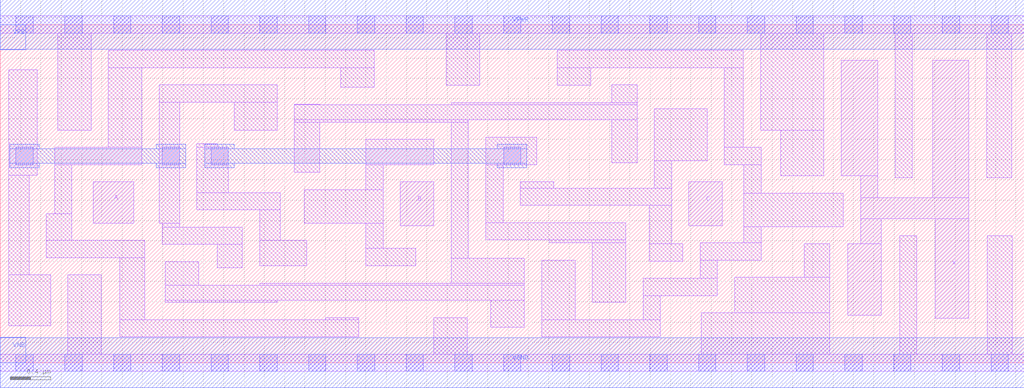
<source format=lef>
# Copyright 2020 The SkyWater PDK Authors
#
# Licensed under the Apache License, Version 2.0 (the "License");
# you may not use this file except in compliance with the License.
# You may obtain a copy of the License at
#
#     https://www.apache.org/licenses/LICENSE-2.0
#
# Unless required by applicable law or agreed to in writing, software
# distributed under the License is distributed on an "AS IS" BASIS,
# WITHOUT WARRANTIES OR CONDITIONS OF ANY KIND, either express or implied.
# See the License for the specific language governing permissions and
# limitations under the License.
#
# SPDX-License-Identifier: Apache-2.0

VERSION 5.5 ;
NAMESCASESENSITIVE ON ;
BUSBITCHARS "[]" ;
DIVIDERCHAR "/" ;
MACRO sky130_fd_sc_hs__xnor3_4
  CLASS CORE ;
  SOURCE USER ;
  ORIGIN  0.000000  0.000000 ;
  SIZE  10.08000 BY  3.330000 ;
  SYMMETRY X Y ;
  SITE unit ;
  PIN A
    ANTENNAGATEAREA  0.246000 ;
    DIRECTION INPUT ;
    USE SIGNAL ;
    PORT
      LAYER li1 ;
        RECT 0.915000 1.375000 1.315000 1.780000 ;
    END
  END A
  PIN B
    ANTENNAGATEAREA  0.693000 ;
    DIRECTION INPUT ;
    USE SIGNAL ;
    PORT
      LAYER li1 ;
        RECT 3.940000 1.350000 4.270000 1.780000 ;
    END
  END B
  PIN C
    ANTENNAGATEAREA  0.381000 ;
    DIRECTION INPUT ;
    USE SIGNAL ;
    PORT
      LAYER li1 ;
        RECT 6.780000 1.350000 7.110000 1.780000 ;
    END
  END C
  PIN X
    ANTENNADIFFAREA  1.086400 ;
    DIRECTION OUTPUT ;
    USE SIGNAL ;
    PORT
      LAYER li1 ;
        RECT 8.280000 1.840000 8.640000 2.980000 ;
        RECT 8.345000 0.470000 8.675000 1.170000 ;
        RECT 8.470000 1.170000 8.675000 1.420000 ;
        RECT 8.470000 1.420000 9.535000 1.625000 ;
        RECT 8.470000 1.625000 8.640000 1.840000 ;
        RECT 9.180000 1.625000 9.535000 2.980000 ;
        RECT 9.205000 0.440000 9.535000 1.420000 ;
    END
  END X
  PIN VGND
    DIRECTION INOUT ;
    USE GROUND ;
    PORT
      LAYER met1 ;
        RECT 0.000000 -0.245000 10.080000 0.245000 ;
    END
  END VGND
  PIN VNB
    DIRECTION INOUT ;
    USE GROUND ;
    PORT
    END
  END VNB
  PIN VPB
    DIRECTION INOUT ;
    USE POWER ;
    PORT
    END
  END VPB
  PIN VNB
    DIRECTION INOUT ;
    USE GROUND ;
    PORT
      LAYER met1 ;
        RECT 0.000000 0.000000 0.250000 0.250000 ;
    END
  END VNB
  PIN VPB
    DIRECTION INOUT ;
    USE POWER ;
    PORT
      LAYER met1 ;
        RECT 0.000000 3.080000 0.250000 3.330000 ;
    END
  END VPB
  PIN VPWR
    DIRECTION INOUT ;
    USE POWER ;
    PORT
      LAYER met1 ;
        RECT 0.000000 3.085000 10.080000 3.575000 ;
    END
  END VPWR
  OBS
    LAYER li1 ;
      RECT 0.000000 -0.085000 10.080000 0.085000 ;
      RECT 0.000000  3.245000 10.080000 3.415000 ;
      RECT 0.085000  0.365000  0.495000 0.865000 ;
      RECT 0.085000  0.865000  0.285000 1.845000 ;
      RECT 0.085000  1.845000  0.365000 2.885000 ;
      RECT 0.455000  1.035000  1.425000 1.205000 ;
      RECT 0.455000  1.205000  0.705000 1.465000 ;
      RECT 0.535000  1.465000  0.705000 1.950000 ;
      RECT 0.535000  1.950000  1.395000 2.120000 ;
      RECT 0.565000  2.290000  0.895000 3.245000 ;
      RECT 0.665000  0.085000  0.995000 0.865000 ;
      RECT 1.065000  2.120000  1.395000 2.905000 ;
      RECT 1.065000  2.905000  3.680000 3.075000 ;
      RECT 1.175000  0.255000  3.530000 0.425000 ;
      RECT 1.175000  0.425000  1.425000 1.035000 ;
      RECT 1.565000  1.375000  1.765000 2.565000 ;
      RECT 1.565000  2.565000  2.725000 2.735000 ;
      RECT 1.595000  1.165000  2.385000 1.335000 ;
      RECT 1.595000  1.335000  1.765000 1.375000 ;
      RECT 1.625000  0.595000  2.725000 0.615000 ;
      RECT 1.625000  0.615000  5.160000 0.765000 ;
      RECT 1.625000  0.765000  1.955000 0.995000 ;
      RECT 1.935000  1.505000  2.755000 1.675000 ;
      RECT 1.935000  1.675000  2.245000 2.120000 ;
      RECT 1.935000  2.120000  2.135000 2.155000 ;
      RECT 2.135000  0.935000  2.385000 1.165000 ;
      RECT 2.305000  2.290000  2.725000 2.565000 ;
      RECT 2.555000  0.765000  5.160000 0.785000 ;
      RECT 2.555000  0.955000  3.020000 1.205000 ;
      RECT 2.555000  1.205000  2.755000 1.505000 ;
      RECT 2.895000  1.875000  3.145000 2.370000 ;
      RECT 2.895000  2.370000  4.610000 2.390000 ;
      RECT 2.895000  2.390000  6.270000 2.540000 ;
      RECT 2.895000  2.540000  3.145000 2.545000 ;
      RECT 2.995000  1.375000  3.770000 1.705000 ;
      RECT 3.200000  0.425000  3.530000 0.445000 ;
      RECT 3.350000  2.710000  3.680000 2.905000 ;
      RECT 3.600000  0.955000  4.090000 1.125000 ;
      RECT 3.600000  1.125000  3.770000 1.375000 ;
      RECT 3.600000  1.705000  3.770000 1.950000 ;
      RECT 3.600000  1.950000  4.270000 2.200000 ;
      RECT 4.270000  0.085000  4.600000 0.445000 ;
      RECT 4.390000  2.730000  4.720000 3.245000 ;
      RECT 4.440000  0.785000  5.160000 1.030000 ;
      RECT 4.440000  1.030000  4.610000 2.370000 ;
      RECT 4.440000  2.540000  6.270000 2.560000 ;
      RECT 4.780000  1.210000  6.160000 1.380000 ;
      RECT 4.780000  1.380000  4.950000 1.950000 ;
      RECT 4.780000  1.950000  5.280000 2.220000 ;
      RECT 4.830000  0.350000  5.160000 0.615000 ;
      RECT 5.120000  1.550000  6.610000 1.720000 ;
      RECT 5.120000  1.720000  5.450000 1.780000 ;
      RECT 5.330000  0.255000  6.500000 0.425000 ;
      RECT 5.330000  0.425000  5.660000 1.010000 ;
      RECT 5.405000  1.180000  6.160000 1.210000 ;
      RECT 5.485000  2.730000  5.815000 2.905000 ;
      RECT 5.485000  2.905000  7.315000 3.075000 ;
      RECT 5.830000  0.595000  6.160000 1.180000 ;
      RECT 6.020000  1.970000  6.270000 2.390000 ;
      RECT 6.020000  2.560000  6.270000 2.735000 ;
      RECT 6.330000  0.425000  6.500000 0.660000 ;
      RECT 6.330000  0.660000  7.060000 0.830000 ;
      RECT 6.390000  1.000000  6.720000 1.170000 ;
      RECT 6.390000  1.170000  6.610000 1.550000 ;
      RECT 6.440000  1.720000  6.610000 1.990000 ;
      RECT 6.440000  1.990000  6.960000 2.500000 ;
      RECT 6.890000  0.830000  7.060000 1.010000 ;
      RECT 6.890000  1.010000  7.490000 1.180000 ;
      RECT 6.900000  0.085000  8.165000 0.490000 ;
      RECT 7.130000  1.950000  7.490000 2.120000 ;
      RECT 7.130000  2.120000  7.315000 2.905000 ;
      RECT 7.230000  0.490000  8.165000 0.840000 ;
      RECT 7.320000  1.180000  7.490000 1.340000 ;
      RECT 7.320000  1.340000  8.300000 1.670000 ;
      RECT 7.320000  1.670000  7.490000 1.950000 ;
      RECT 7.485000  2.290000  8.110000 3.245000 ;
      RECT 7.685000  1.840000  8.110000 2.290000 ;
      RECT 7.915000  0.840000  8.165000 1.170000 ;
      RECT 8.810000  1.820000  8.980000 3.245000 ;
      RECT 8.855000  0.085000  9.025000 1.250000 ;
      RECT 9.710000  1.820000  9.960000 3.245000 ;
      RECT 9.715000  0.085000  9.965000 1.250000 ;
    LAYER mcon ;
      RECT 0.155000 -0.085000 0.325000 0.085000 ;
      RECT 0.155000  1.950000 0.325000 2.120000 ;
      RECT 0.155000  3.245000 0.325000 3.415000 ;
      RECT 0.635000 -0.085000 0.805000 0.085000 ;
      RECT 0.635000  3.245000 0.805000 3.415000 ;
      RECT 1.115000 -0.085000 1.285000 0.085000 ;
      RECT 1.115000  3.245000 1.285000 3.415000 ;
      RECT 1.595000 -0.085000 1.765000 0.085000 ;
      RECT 1.595000  1.950000 1.765000 2.120000 ;
      RECT 1.595000  3.245000 1.765000 3.415000 ;
      RECT 2.075000 -0.085000 2.245000 0.085000 ;
      RECT 2.075000  1.950000 2.245000 2.120000 ;
      RECT 2.075000  3.245000 2.245000 3.415000 ;
      RECT 2.555000 -0.085000 2.725000 0.085000 ;
      RECT 2.555000  3.245000 2.725000 3.415000 ;
      RECT 3.035000 -0.085000 3.205000 0.085000 ;
      RECT 3.035000  3.245000 3.205000 3.415000 ;
      RECT 3.515000 -0.085000 3.685000 0.085000 ;
      RECT 3.515000  3.245000 3.685000 3.415000 ;
      RECT 3.995000 -0.085000 4.165000 0.085000 ;
      RECT 3.995000  3.245000 4.165000 3.415000 ;
      RECT 4.475000 -0.085000 4.645000 0.085000 ;
      RECT 4.475000  3.245000 4.645000 3.415000 ;
      RECT 4.955000 -0.085000 5.125000 0.085000 ;
      RECT 4.955000  1.950000 5.125000 2.120000 ;
      RECT 4.955000  3.245000 5.125000 3.415000 ;
      RECT 5.435000 -0.085000 5.605000 0.085000 ;
      RECT 5.435000  3.245000 5.605000 3.415000 ;
      RECT 5.915000 -0.085000 6.085000 0.085000 ;
      RECT 5.915000  3.245000 6.085000 3.415000 ;
      RECT 6.395000 -0.085000 6.565000 0.085000 ;
      RECT 6.395000  3.245000 6.565000 3.415000 ;
      RECT 6.875000 -0.085000 7.045000 0.085000 ;
      RECT 6.875000  3.245000 7.045000 3.415000 ;
      RECT 7.355000 -0.085000 7.525000 0.085000 ;
      RECT 7.355000  3.245000 7.525000 3.415000 ;
      RECT 7.835000 -0.085000 8.005000 0.085000 ;
      RECT 7.835000  3.245000 8.005000 3.415000 ;
      RECT 8.315000 -0.085000 8.485000 0.085000 ;
      RECT 8.315000  3.245000 8.485000 3.415000 ;
      RECT 8.795000 -0.085000 8.965000 0.085000 ;
      RECT 8.795000  3.245000 8.965000 3.415000 ;
      RECT 9.275000 -0.085000 9.445000 0.085000 ;
      RECT 9.275000  3.245000 9.445000 3.415000 ;
      RECT 9.755000 -0.085000 9.925000 0.085000 ;
      RECT 9.755000  3.245000 9.925000 3.415000 ;
    LAYER met1 ;
      RECT 0.095000 1.920000 0.385000 1.965000 ;
      RECT 0.095000 1.965000 1.825000 2.105000 ;
      RECT 0.095000 2.105000 0.385000 2.150000 ;
      RECT 1.535000 1.920000 1.825000 1.965000 ;
      RECT 1.535000 2.105000 1.825000 2.150000 ;
      RECT 2.015000 1.920000 2.305000 1.965000 ;
      RECT 2.015000 1.965000 5.185000 2.105000 ;
      RECT 2.015000 2.105000 2.305000 2.150000 ;
      RECT 4.895000 1.920000 5.185000 1.965000 ;
      RECT 4.895000 2.105000 5.185000 2.150000 ;
  END
END sky130_fd_sc_hs__xnor3_4
END LIBRARY

</source>
